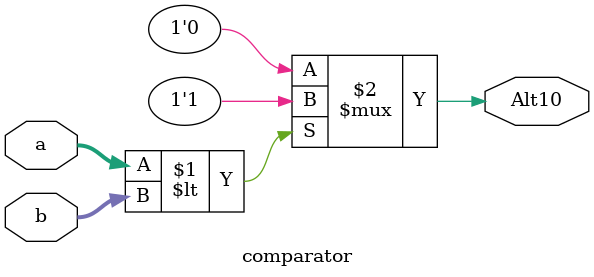
<source format=sv>
`timescale 1ns / 1ps


module DataPath(
    input logic clk,
    input logic reset,
    input logic ASrcMuxSel,
    input logic AEn,
    output logic Alt10,
    input logic OutBuf,
    output logic [7:0] outPort
    );

    wire [7:0] w_A, w_mux, w_reg_A, w_reg_B, w_mux_2;

    assign outPort = (OutBuf) ? w_reg_A : 8'hZZ;

    MUX2X1 U_MUX2X1(
        .sel(ASrcMuxSel),
        .x0(8'h00),
        .x1(w_mux_2),
        .y(w_mux)
    );

    register U_register_A(
        .clk(clk),
        .reset(reset),
        .en(AEn),
        .d(w_mux),
        .q(w_reg_A)
    );
    
    register U_register_B(
        .clk(clk),
        .reset(reset),
        .en(AEn),
        .d(w_A),
        .q(w_reg_B)
    );

    adder U_adder_AB(
        .a(w_reg_A),
        .b(w_reg_B),
        .sum(w_A)
    );

    adder U_adder_1(
        .a(w_A),
        .b(8'h01),
        .sum(w_mux_2)
    );

    comparator U_comparator (
        .a(w_reg_A),
        .b(8'h0A),
        .Alt10(Alt10)
    );

endmodule

module MUX2X1 (
    input logic sel,
    input logic [7:0] x0,
    input logic [7:0] x1,
    output logic [7:0] y
);
    always @(*) begin
        y = 0;
        case (sel)
            1'b0: y = x0; 
            1'b1: y = x1; 
        endcase
    end
endmodule

module register (
    input logic clk,
    input logic reset,
    input logic en,
    input logic [7:0] d,
    output logic [7:0] q
);
    // ff로 사용하면 ff가 아닐 시 warning을 표시한다.
    always_ff @( posedge clk, posedge reset ) begin 
        if(reset) begin
            q <= 0;
        end
        else begin
            if(en) begin
                q <= d;
            end
        end
    end
endmodule

module adder (
    input logic [7:0] a,
    input logic [7:0] b,
    output logic [7:0] sum
);
    assign sum = a + b;
endmodule

module comparator (
    input logic [7:0] a,
    input logic [7:0] b,
    output logic Alt10
);
    assign Alt10 = (a < b) ? 1'b1 : 1'b0;
endmodule
</source>
